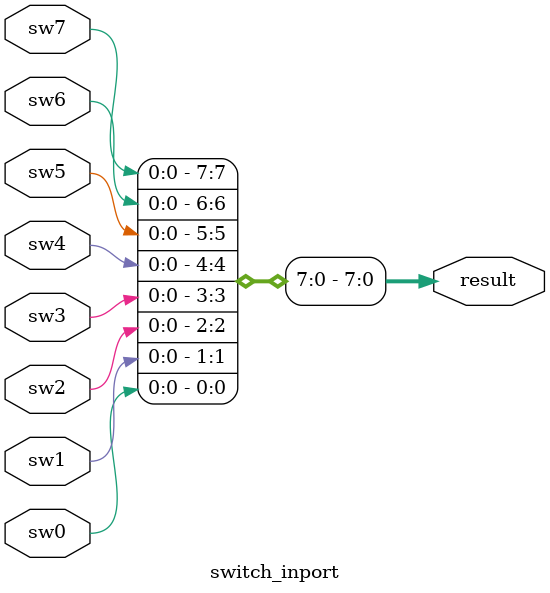
<source format=v>
module switch_inport(sw0, sw1, sw2, sw3, sw4, sw5, sw6, sw7, result);
	input sw0, sw1, sw2, sw3, sw4, sw5, sw6, sw7;
	output [31:0] result;
	assign result[0] = sw0;
	assign result[1] = sw1;
	assign result[2] = sw2;
	assign result[3] = sw3;
	assign result[4] = sw4;
	assign result[5] = sw5;
	assign result[6] = sw6;
	assign result[7] = sw7;
endmodule
</source>
